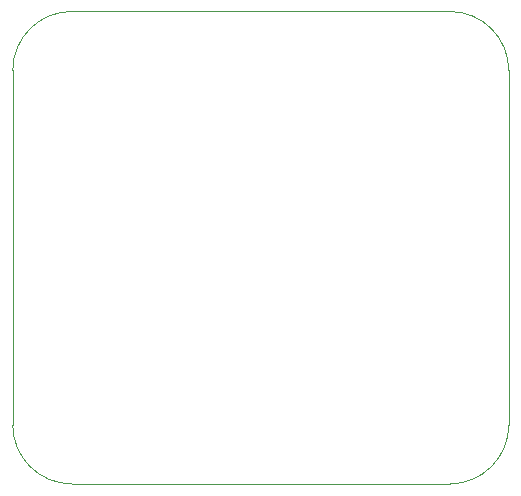
<source format=gbr>
%TF.GenerationSoftware,KiCad,Pcbnew,8.0.8*%
%TF.CreationDate,2025-01-29T06:06:36+01:00*%
%TF.ProjectId,PCB_Gant,5043425f-4761-46e7-942e-6b696361645f,rev?*%
%TF.SameCoordinates,Original*%
%TF.FileFunction,Profile,NP*%
%FSLAX46Y46*%
G04 Gerber Fmt 4.6, Leading zero omitted, Abs format (unit mm)*
G04 Created by KiCad (PCBNEW 8.0.8) date 2025-01-29 06:06:36*
%MOMM*%
%LPD*%
G01*
G04 APERTURE LIST*
%TA.AperFunction,Profile*%
%ADD10C,0.050000*%
%TD*%
G04 APERTURE END LIST*
D10*
X137000000Y-100000000D02*
G75*
G02*
X132000000Y-105000000I-5000000J0D01*
G01*
X132000000Y-65000000D02*
X100000000Y-65000000D01*
X100000000Y-105000000D02*
G75*
G02*
X95000000Y-100000000I0J5000000D01*
G01*
X100000000Y-105000000D02*
X132000000Y-105000000D01*
X132000000Y-65000000D02*
G75*
G02*
X137000000Y-70000000I0J-5000000D01*
G01*
X137000000Y-100000000D02*
X137000000Y-70000000D01*
X95000000Y-70000000D02*
G75*
G02*
X100000000Y-65000000I5000000J0D01*
G01*
X95000000Y-70000000D02*
X95000000Y-100000000D01*
M02*

</source>
